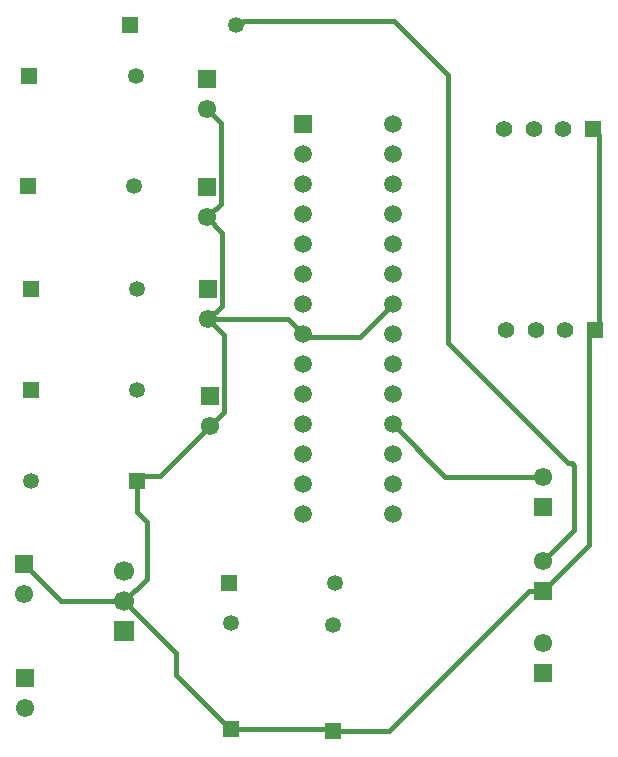
<source format=gbl>
G04*
G04 #@! TF.GenerationSoftware,Altium Limited,Altium Designer,22.1.2 (22)*
G04*
G04 Layer_Physical_Order=2*
G04 Layer_Color=16711680*
%FSLAX43Y43*%
%MOMM*%
G71*
G04*
G04 #@! TF.SameCoordinates,C0918504-A1FE-4B7F-BD87-C0AB04C77FA1*
G04*
G04*
G04 #@! TF.FilePolarity,Positive*
G04*
G01*
G75*
%ADD25C,0.381*%
%ADD26R,1.550X1.550*%
%ADD27C,1.550*%
%ADD28R,1.500X1.500*%
%ADD29C,1.500*%
%ADD30R,1.350X1.350*%
%ADD31C,1.350*%
%ADD32C,1.700*%
%ADD33R,1.700X1.700*%
%ADD34R,1.350X1.350*%
%ADD35C,1.400*%
%ADD36R,1.400X1.400*%
D25*
X27813Y37211D02*
X28067D01*
X19812Y38481D02*
X26543D01*
X27813Y37211D01*
X19558Y47371D02*
X19939D01*
X20854Y48286D01*
X19685Y56261D02*
X20854Y55092D01*
Y48286D02*
Y55092D01*
X19685Y47117D02*
Y47244D01*
X19558Y47371D02*
X19685Y47244D01*
X20981Y39650D02*
Y45821D01*
X19685Y47117D02*
X20981Y45821D01*
X19812Y38481D02*
X20981Y39650D01*
X21108Y30633D02*
Y37185D01*
X20066Y29718D02*
X20193D01*
X21108Y30633D01*
X19812Y38481D02*
X21108Y37185D01*
X19939Y29591D02*
X20066Y29718D01*
X19939Y29464D02*
Y29591D01*
X13771Y24947D02*
X14073Y25250D01*
X15724D01*
X19939Y29464D01*
X13771Y24765D02*
Y24947D01*
X32639Y36957D02*
X35433Y39751D01*
X28321Y36957D02*
X32639D01*
X28067Y37211D02*
X28321Y36957D01*
X35433Y29591D02*
X39878Y25146D01*
X48133D01*
X21590Y3683D02*
Y3882D01*
X17111Y8361D02*
X21590Y3882D01*
X17111Y8361D02*
Y10194D01*
X12700Y14605D02*
X17111Y10194D01*
X7366Y14605D02*
X12700D01*
X14605Y16510D01*
X4191Y17780D02*
X7366Y14605D01*
X14605Y16510D02*
Y21336D01*
X13771Y22170D02*
X14605Y21336D01*
X13771Y22170D02*
Y24765D01*
X21590Y3683D02*
X21662Y3755D01*
X21717D01*
X21772Y3810D01*
X30353D01*
Y3628D02*
Y3810D01*
X35124Y3628D02*
X46990Y15494D01*
X30353Y3628D02*
X35124D01*
X46990Y15494D02*
X48133D01*
X40132Y36449D02*
X50292Y26289D01*
X47751Y18416D02*
X47753D01*
X47879Y18542D01*
X48133Y18288D01*
Y18034D02*
Y18288D01*
Y18034D02*
X50778Y20679D01*
X48133Y15494D02*
X52028Y19389D01*
X50292Y26289D02*
X50577D01*
X50778Y26088D01*
Y20679D02*
Y26088D01*
X52028Y19389D02*
Y37083D01*
X22153Y63373D02*
X22415D01*
X22796Y63754D01*
X52028Y37083D02*
X52514Y37568D01*
X52856D02*
X52881Y37543D01*
X52514Y37568D02*
X52856D01*
X52856D01*
X52832Y37592D02*
X52856Y37568D01*
X52832Y37592D02*
X52856Y37568D01*
X52832Y37592D02*
X52832D01*
X52538D02*
X52832D01*
X22796Y63754D02*
X35560D01*
X40132Y59182D01*
Y36449D02*
Y59182D01*
X52371Y54610D02*
X52881Y54100D01*
Y37543D02*
Y54100D01*
D26*
X19939Y32004D02*
D03*
X4191Y17780D02*
D03*
X4318Y8128D02*
D03*
X19685Y58801D02*
D03*
X48133Y8509D02*
D03*
Y15494D02*
D03*
Y22606D02*
D03*
X19812Y41021D02*
D03*
X19685Y49657D02*
D03*
D27*
X19939Y29464D02*
D03*
X4191Y15240D02*
D03*
X4318Y5588D02*
D03*
X19685Y56261D02*
D03*
X48133Y11049D02*
D03*
Y18034D02*
D03*
Y25146D02*
D03*
X19812Y38481D02*
D03*
X19685Y47117D02*
D03*
D28*
X27813Y54991D02*
D03*
D29*
Y52451D02*
D03*
Y49911D02*
D03*
Y47371D02*
D03*
Y44831D02*
D03*
Y42291D02*
D03*
Y39751D02*
D03*
Y37211D02*
D03*
Y34671D02*
D03*
Y32131D02*
D03*
Y29591D02*
D03*
Y27051D02*
D03*
Y24511D02*
D03*
Y21971D02*
D03*
X35433Y54991D02*
D03*
Y52451D02*
D03*
Y49911D02*
D03*
Y47371D02*
D03*
Y44831D02*
D03*
Y42291D02*
D03*
Y39751D02*
D03*
Y37211D02*
D03*
Y34671D02*
D03*
Y32131D02*
D03*
Y29591D02*
D03*
Y27051D02*
D03*
Y24511D02*
D03*
Y21971D02*
D03*
D30*
X13153Y63373D02*
D03*
X13771Y24765D02*
D03*
X4644Y59055D02*
D03*
X21535Y16129D02*
D03*
X4517Y49784D02*
D03*
X4771Y41021D02*
D03*
Y32512D02*
D03*
D31*
X22153Y63373D02*
D03*
X4771Y24765D02*
D03*
X13644Y59055D02*
D03*
X30535Y16129D02*
D03*
X21717Y12755D02*
D03*
X30353Y12628D02*
D03*
X13517Y49784D02*
D03*
X13771Y41021D02*
D03*
Y32512D02*
D03*
D32*
X12700Y17145D02*
D03*
Y14605D02*
D03*
D33*
Y12065D02*
D03*
D34*
X21717Y3755D02*
D03*
X30353Y3628D02*
D03*
D35*
X47538Y37592D02*
D03*
X50038D02*
D03*
X45038D02*
D03*
X47371Y54610D02*
D03*
X49871D02*
D03*
X44871D02*
D03*
D36*
X52538Y37592D02*
D03*
X52371Y54610D02*
D03*
M02*

</source>
